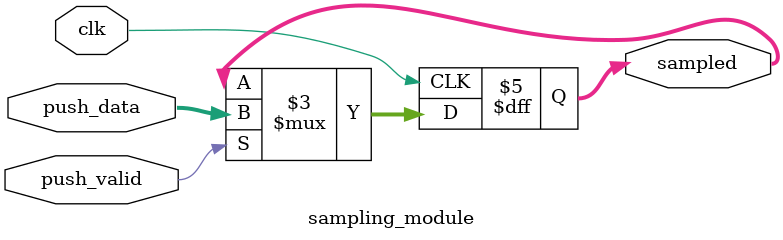
<source format=sv>

module sampling_module (
    input logic clk,
    input logic push_valid,
    input logic[7:0] push_data,
    output logic[7:0] sampled
);

always_ff @(posedge clk) begin
    if(push_valid) begin
        sampled <= push_data;
    end else begin
        sampled <= sampled;
    end
end

endmodule : sampling_module
</source>
